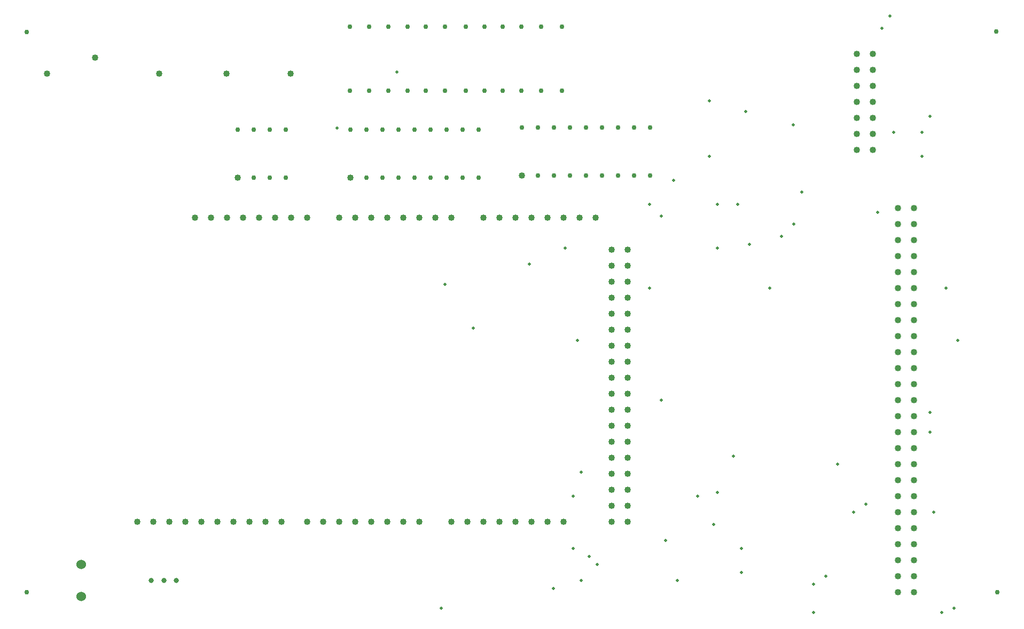
<source format=gbr>
G04 PROTEUS GERBER X2 FILE*
%TF.GenerationSoftware,Labcenter,Proteus,8.13-SP0-Build31525*%
%TF.CreationDate,2023-09-28T22:20:41+00:00*%
%TF.FileFunction,Plated,1,4,PTH*%
%TF.FilePolarity,Positive*%
%TF.Part,Single*%
%TF.SameCoordinates,{6b1b6182-4d37-414e-9227-abf112f8db44}*%
%FSLAX45Y45*%
%MOMM*%
G01*
%TA.AperFunction,ViaDrill*%
%ADD47C,0.508000*%
%TA.AperFunction,ComponentDrill*%
%ADD48C,1.016000*%
%TA.AperFunction,ComponentDrill*%
%ADD49C,0.762000*%
%ADD50C,1.524000*%
%TA.AperFunction,ComponentDrill*%
%ADD51C,0.812800*%
%TA.AperFunction,OtherDrill,Unknown*%
%ADD52C,0.762000*%
%TD.AperFunction*%
D47*
X+6032500Y+4699000D03*
X-1778000Y+3810000D03*
X+5016500Y-4191000D03*
X+698500Y-4381500D03*
X+2476500Y-3619500D03*
X+1143000Y-2540000D03*
X+1143000Y-4254500D03*
X+2667000Y-4254500D03*
X+3238500Y-3365500D03*
X+4826000Y-4318000D03*
X+4826000Y-4762500D03*
X+6731000Y-3175000D03*
X+6858000Y-4762500D03*
X+5207000Y-2413000D03*
X+1397000Y-4000500D03*
X+4635500Y+1905000D03*
X+7048500Y-4699000D03*
X-1079500Y-4699000D03*
X+3810000Y+1079500D03*
X+1270000Y-3873500D03*
X+5461000Y-3175000D03*
X+2984500Y-2921000D03*
X+3683000Y-3746500D03*
X+3683000Y-4127500D03*
X+3175000Y+2476500D03*
X+6667500Y-1905000D03*
X+1016000Y-2921000D03*
X+7112000Y-444500D03*
X+6667500Y-1587500D03*
X+3752272Y+3190792D03*
X+5905500Y+4508500D03*
X+5651500Y-3048000D03*
X+3302000Y-2857500D03*
X+3302000Y+1714500D03*
X+2222500Y+1714500D03*
X+3302000Y+1016000D03*
X-1016000Y+444500D03*
X+2413000Y-1397000D03*
X+6667500Y+3111500D03*
X+6096000Y+2857500D03*
X+6540500Y+2857500D03*
X+6540500Y+2476500D03*
X-2730500Y+2921000D03*
X+4504138Y+2978813D03*
X+3169996Y+3360454D03*
X+6921500Y+381000D03*
X+4127500Y+381000D03*
X+2222500Y+381000D03*
X+3619500Y+1714500D03*
X+2413000Y+1524000D03*
X+5842000Y+1587500D03*
X+4508500Y+1397000D03*
X+317500Y+762000D03*
X+889000Y+1016000D03*
X+4318000Y+1206500D03*
X+2603500Y+2095500D03*
X-571500Y-254000D03*
X+1079500Y-444500D03*
X+3556000Y-2286000D03*
X+1016000Y-3746500D03*
D48*
X-4978400Y+1498600D03*
X-4724400Y+1498600D03*
X-4470400Y+1498600D03*
X-4216400Y+1498600D03*
X-3962400Y+1498600D03*
X-3708400Y+1498600D03*
X-3454400Y+1498600D03*
X-3200400Y+1498600D03*
X-2692400Y+1498600D03*
X-2438400Y+1498600D03*
X-2184400Y+1498600D03*
X-1930400Y+1498600D03*
X-1676400Y+1498600D03*
X-1422400Y+1498600D03*
X-1168400Y+1498600D03*
X-914400Y+1498600D03*
X-406400Y+1498600D03*
X-152400Y+1498600D03*
X+101600Y+1498600D03*
X+355600Y+1498600D03*
X+609600Y+1498600D03*
X+863600Y+1498600D03*
X+1117600Y+1498600D03*
X+1371600Y+1498600D03*
X+1625600Y+990600D03*
X+1625600Y+736600D03*
X+1625600Y+482600D03*
X+1625600Y+228600D03*
X+1625600Y-25400D03*
X+1625600Y-279400D03*
X+1625600Y-533400D03*
X+1625600Y-787400D03*
X+1625600Y-1041400D03*
X+1625600Y-1295400D03*
X+1625600Y-1549400D03*
X+1625600Y-1803400D03*
X+1625600Y-2057400D03*
X+1625600Y-2311400D03*
X+1625600Y-2565400D03*
X+1625600Y-2819400D03*
X+1625600Y-3073400D03*
X+1625600Y-3327400D03*
X+1879600Y+990600D03*
X+1879600Y+736600D03*
X+1879600Y+482600D03*
X+1879600Y+228600D03*
X+1879600Y-25400D03*
X+1879600Y-279400D03*
X+1879600Y-533400D03*
X+1879600Y-787400D03*
X+1879600Y-1041400D03*
X+1879600Y-1295400D03*
X+1879600Y-1549400D03*
X+1879600Y-1803400D03*
X+1879600Y-2057400D03*
X+1879600Y-2311400D03*
X+1879600Y-2565400D03*
X+1879600Y-2819400D03*
X+1879600Y-3073400D03*
X+1879600Y-3327400D03*
X+863600Y-3327400D03*
X+609600Y-3327400D03*
X+355600Y-3327400D03*
X+101600Y-3327400D03*
X-152400Y-3327400D03*
X-406400Y-3327400D03*
X-660400Y-3327400D03*
X-914400Y-3327400D03*
X-1422400Y-3327400D03*
X-1676400Y-3327400D03*
X-1930400Y-3327400D03*
X-2184400Y-3327400D03*
X-2438400Y-3327400D03*
X-2692400Y-3327400D03*
X-2946400Y-3327400D03*
X-3200400Y-3327400D03*
X-3606800Y-3327400D03*
X-3860800Y-3327400D03*
X-4114800Y-3327400D03*
X-4368800Y-3327400D03*
X-4622800Y-3327400D03*
X-4876800Y-3327400D03*
X-5130800Y-3327400D03*
X-5384800Y-3327400D03*
X-5638800Y-3327400D03*
X-5892800Y-3327400D03*
X-5549900Y+3784600D03*
X-7327900Y+3784600D03*
X-6565900Y+4038600D03*
X-4483100Y+3784600D03*
X-3467100Y+3784600D03*
D49*
X-2527300Y+4533900D03*
X-2527300Y+3517900D03*
X-2222500Y+4533900D03*
X-2222500Y+3517900D03*
X-1917700Y+4533900D03*
X-1917700Y+3517900D03*
X-1612900Y+4533900D03*
X-1612900Y+3517900D03*
X-1320800Y+4533900D03*
X-1320800Y+3517900D03*
X-1016000Y+4533900D03*
X-1016000Y+3517900D03*
X-685800Y+4533900D03*
X-685800Y+3517900D03*
X-393700Y+4533900D03*
X-393700Y+3517900D03*
X-101600Y+4533900D03*
X-101600Y+3517900D03*
X+190500Y+4533900D03*
X+190500Y+3517900D03*
X+508000Y+4533900D03*
X+508000Y+3517900D03*
X+838200Y+4533900D03*
X+838200Y+3517900D03*
D48*
X-2514600Y+2133600D03*
D49*
X-2260600Y+2133600D03*
X-2006600Y+2133600D03*
X-1752600Y+2133600D03*
X-1498600Y+2133600D03*
X-1244600Y+2133600D03*
X-990600Y+2133600D03*
X-736600Y+2133600D03*
X-482600Y+2133600D03*
X-482600Y+2895600D03*
X-736600Y+2895600D03*
X-990600Y+2895600D03*
X-1244600Y+2895600D03*
X-1498600Y+2895600D03*
X-1752600Y+2895600D03*
X-2006600Y+2895600D03*
X-2260600Y+2895600D03*
X-2514600Y+2895600D03*
D48*
X+203200Y+2171700D03*
D49*
X+457200Y+2171700D03*
X+711200Y+2171700D03*
X+965200Y+2171700D03*
X+1219200Y+2171700D03*
X+1473200Y+2171700D03*
X+1727200Y+2171700D03*
X+1981200Y+2171700D03*
X+2235200Y+2171700D03*
X+2235200Y+2933700D03*
X+1981200Y+2933700D03*
X+1727200Y+2933700D03*
X+1473200Y+2933700D03*
X+1219200Y+2933700D03*
X+965200Y+2933700D03*
X+711200Y+2933700D03*
X+457200Y+2933700D03*
X+203200Y+2933700D03*
D48*
X+5511800Y+4102100D03*
X+5765800Y+4102100D03*
X+5511800Y+3848100D03*
X+5765800Y+3848100D03*
X+5511800Y+3594100D03*
X+5765800Y+3594100D03*
X+5511800Y+3340100D03*
X+5765800Y+3340100D03*
X+5511800Y+3086100D03*
X+5765800Y+3086100D03*
X+5511800Y+2832100D03*
X+5765800Y+2832100D03*
X+5511800Y+2578100D03*
X+5765800Y+2578100D03*
D50*
X-6781800Y-4000500D03*
X-6781800Y-4508500D03*
D48*
X-4305300Y+2133600D03*
D49*
X-4051300Y+2133600D03*
X-3797300Y+2133600D03*
X-3543300Y+2133600D03*
X-3543300Y+2895600D03*
X-3797300Y+2895600D03*
X-4051300Y+2895600D03*
X-4305300Y+2895600D03*
D48*
X+6159500Y-4445000D03*
X+6413500Y-4445000D03*
X+6159500Y-4191000D03*
X+6413500Y-4191000D03*
X+6159500Y-3937000D03*
X+6413500Y-3937000D03*
X+6159500Y-3683000D03*
X+6413500Y-3683000D03*
X+6159500Y-3429000D03*
X+6413500Y-3429000D03*
X+6159500Y-3175000D03*
X+6413500Y-3175000D03*
X+6159500Y-2921000D03*
X+6413500Y-2921000D03*
X+6159500Y-2667000D03*
X+6413500Y-2667000D03*
X+6159500Y-2413000D03*
X+6413500Y-2413000D03*
X+6159500Y-2159000D03*
X+6413500Y-2159000D03*
X+6159500Y-1905000D03*
X+6413500Y-1905000D03*
X+6159500Y-1651000D03*
X+6413500Y-1651000D03*
X+6159500Y-1397000D03*
X+6413500Y-1397000D03*
X+6159500Y-1143000D03*
X+6413500Y-1143000D03*
X+6159500Y-889000D03*
X+6413500Y-889000D03*
X+6159500Y-635000D03*
X+6413500Y-635000D03*
X+6159500Y-381000D03*
X+6413500Y-381000D03*
X+6159500Y-127000D03*
X+6413500Y-127000D03*
X+6159500Y+127000D03*
X+6413500Y+127000D03*
X+6159500Y+381000D03*
X+6413500Y+381000D03*
X+6159500Y+635000D03*
X+6413500Y+635000D03*
X+6159500Y+889000D03*
X+6413500Y+889000D03*
X+6159500Y+1143000D03*
X+6413500Y+1143000D03*
X+6159500Y+1397000D03*
X+6413500Y+1397000D03*
X+6159500Y+1651000D03*
X+6413500Y+1651000D03*
D51*
X-5673700Y-4254500D03*
X-5473700Y-4254500D03*
X-5273700Y-4254500D03*
D52*
X-7645400Y-4445000D03*
X-7645400Y+4445000D03*
X+7721600Y+4457700D03*
X+7734300Y-4445000D03*
M02*

</source>
